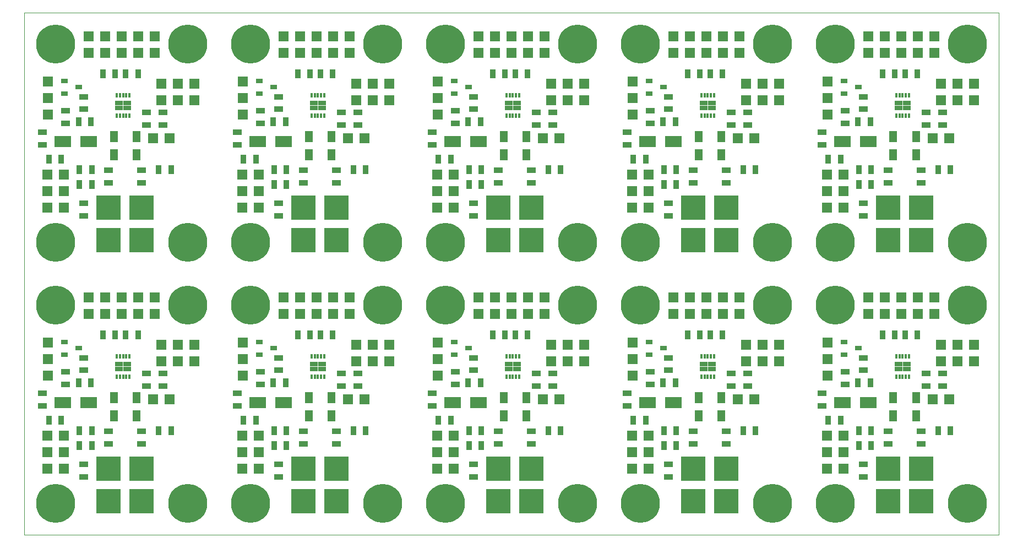
<source format=gbs>
G75*
G71*
%MOMM*%
%OFA0B0*%
%FSLAX53Y53*%
%IPPOS*%
%LPD*%
%ADD13C,0.30000*%
%ADD17R,1.00076X0.80010*%
%ADD24R,0.30000X0.65000*%
%ADD27R,1.30048X1.69926*%
%ADD30R,1.39700X0.88900*%
%ADD31R,1.24000X0.77500*%
%ADD36R,3.81000X3.81000*%
%ADD42R,0.88900X1.39700*%
%ADD43R,2.49936X1.80086*%
%ADD45R,1.52400X1.52400*%
%ADD46C,6.00000*%
X0000000Y0000000D02*
G01*
D13*
D42*
X0022543Y0016002D03*
X0020638Y0016002D03*
X0010351Y0016002D03*
X0008446Y0016002D03*
D30*
X0021336Y0024829D03*
X0021336Y0022924D03*
X0018796Y0024829D03*
X0018796Y0022924D03*
D43*
X0009873Y0020320D03*
X0005875Y0020320D03*
D27*
X0017244Y0018288D03*
X0013744Y0018288D03*
X0013744Y0021082D03*
X0017244Y0021082D03*
D17*
X0008339Y0028702D03*
X0006139Y0029655D03*
X0006139Y0027750D03*
D45*
X0003556Y0015240D03*
X0006096Y0015240D03*
X0003556Y0012700D03*
X0006096Y0012700D03*
X0003556Y0010160D03*
X0006096Y0010160D03*
X0022352Y0020828D03*
X0019812Y0020828D03*
X0026162Y0026670D03*
X0023622Y0026670D03*
X0026162Y0029210D03*
X0023622Y0029210D03*
X0020066Y0036513D03*
X0020066Y0033973D03*
X0017526Y0036513D03*
X0017526Y0033973D03*
X0014986Y0036513D03*
X0014986Y0033973D03*
X0012446Y0036513D03*
X0012446Y0033973D03*
X0009906Y0036513D03*
X0009906Y0033973D03*
D46*
X0004826Y0035306D03*
X0025146Y0004826D03*
X0025146Y0035306D03*
X0004826Y0004826D03*
D36*
X0018034Y0005160D03*
X0018034Y0010160D03*
X0012954Y0005160D03*
X0012954Y0010160D03*
D30*
X0018034Y0015939D03*
X0018034Y0014034D03*
X0012954Y0015939D03*
X0012954Y0014034D03*
X0006350Y0025083D03*
X0006350Y0023178D03*
D42*
X0017463Y0030734D03*
X0015558Y0030734D03*
X0012065Y0030734D03*
X0013970Y0030734D03*
D24*
X0016177Y0024358D03*
X0015677Y0024358D03*
X0015177Y0024358D03*
X0014677Y0024358D03*
X0014177Y0024358D03*
X0014177Y0027458D03*
X0014677Y0027458D03*
X0015177Y0027458D03*
X0015677Y0027458D03*
X0016177Y0027458D03*
D31*
X0014557Y0026296D03*
X0015797Y0026296D03*
X0014557Y0025521D03*
X0015797Y0025521D03*
D45*
X0003620Y0024511D03*
X0003620Y0027051D03*
X0003620Y0029591D03*
X0021082Y0026670D03*
X0021082Y0029210D03*
D30*
X0002794Y0019876D03*
X0002794Y0021781D03*
D42*
X0005652Y0017653D03*
X0003747Y0017653D03*
X0010224Y0023368D03*
X0008319Y0023368D03*
D30*
X0009144Y0008954D03*
X0009144Y0010859D03*
X0009144Y0025337D03*
X0009144Y0027242D03*
D42*
X0008446Y0013716D03*
X0010351Y0013716D03*
X0029970Y0000000D02*
G01*
D13*
D42*
X0052513Y0016002D03*
X0050608Y0016002D03*
X0040321Y0016002D03*
X0038416Y0016002D03*
D30*
X0051306Y0024829D03*
X0051306Y0022924D03*
X0048766Y0024829D03*
X0048766Y0022924D03*
D43*
X0039843Y0020320D03*
X0035845Y0020320D03*
D27*
X0047214Y0018288D03*
X0043714Y0018288D03*
X0043714Y0021082D03*
X0047214Y0021082D03*
D17*
X0038309Y0028702D03*
X0036109Y0029655D03*
X0036109Y0027750D03*
D45*
X0033526Y0015240D03*
X0036066Y0015240D03*
X0033526Y0012700D03*
X0036066Y0012700D03*
X0033526Y0010160D03*
X0036066Y0010160D03*
X0052322Y0020828D03*
X0049782Y0020828D03*
X0056132Y0026670D03*
X0053592Y0026670D03*
X0056132Y0029210D03*
X0053592Y0029210D03*
X0050036Y0036513D03*
X0050036Y0033973D03*
X0047496Y0036513D03*
X0047496Y0033973D03*
X0044956Y0036513D03*
X0044956Y0033973D03*
X0042416Y0036513D03*
X0042416Y0033973D03*
X0039876Y0036513D03*
X0039876Y0033973D03*
D46*
X0034796Y0035306D03*
X0055116Y0004826D03*
X0055116Y0035306D03*
X0034796Y0004826D03*
D36*
X0048004Y0005160D03*
X0048004Y0010160D03*
X0042924Y0005160D03*
X0042924Y0010160D03*
D30*
X0048004Y0015939D03*
X0048004Y0014034D03*
X0042924Y0015939D03*
X0042924Y0014034D03*
X0036320Y0025083D03*
X0036320Y0023178D03*
D42*
X0047433Y0030734D03*
X0045528Y0030734D03*
X0042035Y0030734D03*
X0043940Y0030734D03*
D24*
X0046147Y0024358D03*
X0045647Y0024358D03*
X0045147Y0024358D03*
X0044647Y0024358D03*
X0044147Y0024358D03*
X0044147Y0027458D03*
X0044647Y0027458D03*
X0045147Y0027458D03*
X0045647Y0027458D03*
X0046147Y0027458D03*
D31*
X0044527Y0026296D03*
X0045767Y0026296D03*
X0044527Y0025521D03*
X0045767Y0025521D03*
D45*
X0033590Y0024511D03*
X0033590Y0027051D03*
X0033590Y0029591D03*
X0051052Y0026670D03*
X0051052Y0029210D03*
D30*
X0032764Y0019876D03*
X0032764Y0021781D03*
D42*
X0035622Y0017653D03*
X0033717Y0017653D03*
X0040194Y0023368D03*
X0038289Y0023368D03*
D30*
X0039114Y0008954D03*
X0039114Y0010859D03*
X0039114Y0025337D03*
X0039114Y0027242D03*
D42*
X0038416Y0013716D03*
X0040321Y0013716D03*
X0000000Y0040130D02*
G01*
D13*
D42*
X0022543Y0056132D03*
X0020638Y0056132D03*
X0010351Y0056132D03*
X0008446Y0056132D03*
D30*
X0021336Y0064959D03*
X0021336Y0063054D03*
X0018796Y0064959D03*
X0018796Y0063054D03*
D43*
X0009873Y0060450D03*
X0005875Y0060450D03*
D27*
X0017244Y0058418D03*
X0013744Y0058418D03*
X0013744Y0061212D03*
X0017244Y0061212D03*
D17*
X0008339Y0068832D03*
X0006139Y0069785D03*
X0006139Y0067880D03*
D45*
X0003556Y0055370D03*
X0006096Y0055370D03*
X0003556Y0052830D03*
X0006096Y0052830D03*
X0003556Y0050290D03*
X0006096Y0050290D03*
X0022352Y0060958D03*
X0019812Y0060958D03*
X0026162Y0066800D03*
X0023622Y0066800D03*
X0026162Y0069340D03*
X0023622Y0069340D03*
X0020066Y0076643D03*
X0020066Y0074103D03*
X0017526Y0076643D03*
X0017526Y0074103D03*
X0014986Y0076643D03*
X0014986Y0074103D03*
X0012446Y0076643D03*
X0012446Y0074103D03*
X0009906Y0076643D03*
X0009906Y0074103D03*
D46*
X0004826Y0075436D03*
X0025146Y0044956D03*
X0025146Y0075436D03*
X0004826Y0044956D03*
D36*
X0018034Y0045290D03*
X0018034Y0050290D03*
X0012954Y0045290D03*
X0012954Y0050290D03*
D30*
X0018034Y0056069D03*
X0018034Y0054164D03*
X0012954Y0056069D03*
X0012954Y0054164D03*
X0006350Y0065213D03*
X0006350Y0063308D03*
D42*
X0017463Y0070864D03*
X0015558Y0070864D03*
X0012065Y0070864D03*
X0013970Y0070864D03*
D24*
X0016177Y0064488D03*
X0015677Y0064488D03*
X0015177Y0064488D03*
X0014677Y0064488D03*
X0014177Y0064488D03*
X0014177Y0067588D03*
X0014677Y0067588D03*
X0015177Y0067588D03*
X0015677Y0067588D03*
X0016177Y0067588D03*
D31*
X0014557Y0066426D03*
X0015797Y0066426D03*
X0014557Y0065651D03*
X0015797Y0065651D03*
D45*
X0003620Y0064641D03*
X0003620Y0067181D03*
X0003620Y0069721D03*
X0021082Y0066800D03*
X0021082Y0069340D03*
D30*
X0002794Y0060006D03*
X0002794Y0061911D03*
D42*
X0005652Y0057783D03*
X0003747Y0057783D03*
X0010224Y0063498D03*
X0008319Y0063498D03*
D30*
X0009144Y0049084D03*
X0009144Y0050989D03*
X0009144Y0065467D03*
X0009144Y0067372D03*
D42*
X0008446Y0053846D03*
X0010351Y0053846D03*
X0029970Y0040130D02*
G01*
D13*
D42*
X0052513Y0056132D03*
X0050608Y0056132D03*
X0040321Y0056132D03*
X0038416Y0056132D03*
D30*
X0051306Y0064959D03*
X0051306Y0063054D03*
X0048766Y0064959D03*
X0048766Y0063054D03*
D43*
X0039843Y0060450D03*
X0035845Y0060450D03*
D27*
X0047214Y0058418D03*
X0043714Y0058418D03*
X0043714Y0061212D03*
X0047214Y0061212D03*
D17*
X0038309Y0068832D03*
X0036109Y0069785D03*
X0036109Y0067880D03*
D45*
X0033526Y0055370D03*
X0036066Y0055370D03*
X0033526Y0052830D03*
X0036066Y0052830D03*
X0033526Y0050290D03*
X0036066Y0050290D03*
X0052322Y0060958D03*
X0049782Y0060958D03*
X0056132Y0066800D03*
X0053592Y0066800D03*
X0056132Y0069340D03*
X0053592Y0069340D03*
X0050036Y0076643D03*
X0050036Y0074103D03*
X0047496Y0076643D03*
X0047496Y0074103D03*
X0044956Y0076643D03*
X0044956Y0074103D03*
X0042416Y0076643D03*
X0042416Y0074103D03*
X0039876Y0076643D03*
X0039876Y0074103D03*
D46*
X0034796Y0075436D03*
X0055116Y0044956D03*
X0055116Y0075436D03*
X0034796Y0044956D03*
D36*
X0048004Y0045290D03*
X0048004Y0050290D03*
X0042924Y0045290D03*
X0042924Y0050290D03*
D30*
X0048004Y0056069D03*
X0048004Y0054164D03*
X0042924Y0056069D03*
X0042924Y0054164D03*
X0036320Y0065213D03*
X0036320Y0063308D03*
D42*
X0047433Y0070864D03*
X0045528Y0070864D03*
X0042035Y0070864D03*
X0043940Y0070864D03*
D24*
X0046147Y0064488D03*
X0045647Y0064488D03*
X0045147Y0064488D03*
X0044647Y0064488D03*
X0044147Y0064488D03*
X0044147Y0067588D03*
X0044647Y0067588D03*
X0045147Y0067588D03*
X0045647Y0067588D03*
X0046147Y0067588D03*
D31*
X0044527Y0066426D03*
X0045767Y0066426D03*
X0044527Y0065651D03*
X0045767Y0065651D03*
D45*
X0033590Y0064641D03*
X0033590Y0067181D03*
X0033590Y0069721D03*
X0051052Y0066800D03*
X0051052Y0069340D03*
D30*
X0032764Y0060006D03*
X0032764Y0061911D03*
D42*
X0035622Y0057783D03*
X0033717Y0057783D03*
X0040194Y0063498D03*
X0038289Y0063498D03*
D30*
X0039114Y0049084D03*
X0039114Y0050989D03*
X0039114Y0065467D03*
X0039114Y0067372D03*
D42*
X0038416Y0053846D03*
X0040321Y0053846D03*
X0059940Y0000000D02*
G01*
D13*
D42*
X0082483Y0016002D03*
X0080578Y0016002D03*
X0070291Y0016002D03*
X0068386Y0016002D03*
D30*
X0081276Y0024829D03*
X0081276Y0022924D03*
X0078736Y0024829D03*
X0078736Y0022924D03*
D43*
X0069813Y0020320D03*
X0065815Y0020320D03*
D27*
X0077184Y0018288D03*
X0073684Y0018288D03*
X0073684Y0021082D03*
X0077184Y0021082D03*
D17*
X0068279Y0028702D03*
X0066079Y0029655D03*
X0066079Y0027750D03*
D45*
X0063496Y0015240D03*
X0066036Y0015240D03*
X0063496Y0012700D03*
X0066036Y0012700D03*
X0063496Y0010160D03*
X0066036Y0010160D03*
X0082292Y0020828D03*
X0079752Y0020828D03*
X0086102Y0026670D03*
X0083562Y0026670D03*
X0086102Y0029210D03*
X0083562Y0029210D03*
X0080006Y0036513D03*
X0080006Y0033973D03*
X0077466Y0036513D03*
X0077466Y0033973D03*
X0074926Y0036513D03*
X0074926Y0033973D03*
X0072386Y0036513D03*
X0072386Y0033973D03*
X0069846Y0036513D03*
X0069846Y0033973D03*
D46*
X0064766Y0035306D03*
X0085086Y0004826D03*
X0085086Y0035306D03*
X0064766Y0004826D03*
D36*
X0077974Y0005160D03*
X0077974Y0010160D03*
X0072894Y0005160D03*
X0072894Y0010160D03*
D30*
X0077974Y0015939D03*
X0077974Y0014034D03*
X0072894Y0015939D03*
X0072894Y0014034D03*
X0066290Y0025083D03*
X0066290Y0023178D03*
D42*
X0077403Y0030734D03*
X0075498Y0030734D03*
X0072005Y0030734D03*
X0073910Y0030734D03*
D24*
X0076117Y0024358D03*
X0075617Y0024358D03*
X0075117Y0024358D03*
X0074617Y0024358D03*
X0074117Y0024358D03*
X0074117Y0027458D03*
X0074617Y0027458D03*
X0075117Y0027458D03*
X0075617Y0027458D03*
X0076117Y0027458D03*
D31*
X0074497Y0026296D03*
X0075737Y0026296D03*
X0074497Y0025521D03*
X0075737Y0025521D03*
D45*
X0063560Y0024511D03*
X0063560Y0027051D03*
X0063560Y0029591D03*
X0081022Y0026670D03*
X0081022Y0029210D03*
D30*
X0062734Y0019876D03*
X0062734Y0021781D03*
D42*
X0065592Y0017653D03*
X0063687Y0017653D03*
X0070164Y0023368D03*
X0068259Y0023368D03*
D30*
X0069084Y0008954D03*
X0069084Y0010859D03*
X0069084Y0025337D03*
X0069084Y0027242D03*
D42*
X0068386Y0013716D03*
X0070291Y0013716D03*
X0059940Y0040130D02*
G01*
D13*
D42*
X0082483Y0056132D03*
X0080578Y0056132D03*
X0070291Y0056132D03*
X0068386Y0056132D03*
D30*
X0081276Y0064959D03*
X0081276Y0063054D03*
X0078736Y0064959D03*
X0078736Y0063054D03*
D43*
X0069813Y0060450D03*
X0065815Y0060450D03*
D27*
X0077184Y0058418D03*
X0073684Y0058418D03*
X0073684Y0061212D03*
X0077184Y0061212D03*
D17*
X0068279Y0068832D03*
X0066079Y0069785D03*
X0066079Y0067880D03*
D45*
X0063496Y0055370D03*
X0066036Y0055370D03*
X0063496Y0052830D03*
X0066036Y0052830D03*
X0063496Y0050290D03*
X0066036Y0050290D03*
X0082292Y0060958D03*
X0079752Y0060958D03*
X0086102Y0066800D03*
X0083562Y0066800D03*
X0086102Y0069340D03*
X0083562Y0069340D03*
X0080006Y0076643D03*
X0080006Y0074103D03*
X0077466Y0076643D03*
X0077466Y0074103D03*
X0074926Y0076643D03*
X0074926Y0074103D03*
X0072386Y0076643D03*
X0072386Y0074103D03*
X0069846Y0076643D03*
X0069846Y0074103D03*
D46*
X0064766Y0075436D03*
X0085086Y0044956D03*
X0085086Y0075436D03*
X0064766Y0044956D03*
D36*
X0077974Y0045290D03*
X0077974Y0050290D03*
X0072894Y0045290D03*
X0072894Y0050290D03*
D30*
X0077974Y0056069D03*
X0077974Y0054164D03*
X0072894Y0056069D03*
X0072894Y0054164D03*
X0066290Y0065213D03*
X0066290Y0063308D03*
D42*
X0077403Y0070864D03*
X0075498Y0070864D03*
X0072005Y0070864D03*
X0073910Y0070864D03*
D24*
X0076117Y0064488D03*
X0075617Y0064488D03*
X0075117Y0064488D03*
X0074617Y0064488D03*
X0074117Y0064488D03*
X0074117Y0067588D03*
X0074617Y0067588D03*
X0075117Y0067588D03*
X0075617Y0067588D03*
X0076117Y0067588D03*
D31*
X0074497Y0066426D03*
X0075737Y0066426D03*
X0074497Y0065651D03*
X0075737Y0065651D03*
D45*
X0063560Y0064641D03*
X0063560Y0067181D03*
X0063560Y0069721D03*
X0081022Y0066800D03*
X0081022Y0069340D03*
D30*
X0062734Y0060006D03*
X0062734Y0061911D03*
D42*
X0065592Y0057783D03*
X0063687Y0057783D03*
X0070164Y0063498D03*
X0068259Y0063498D03*
D30*
X0069084Y0049084D03*
X0069084Y0050989D03*
X0069084Y0065467D03*
X0069084Y0067372D03*
D42*
X0068386Y0053846D03*
X0070291Y0053846D03*
X0089910Y0000000D02*
G01*
D13*
D42*
X0112453Y0016002D03*
X0110548Y0016002D03*
X0100261Y0016002D03*
X0098356Y0016002D03*
D30*
X0111246Y0024829D03*
X0111246Y0022924D03*
X0108706Y0024829D03*
X0108706Y0022924D03*
D43*
X0099783Y0020320D03*
X0095785Y0020320D03*
D27*
X0107154Y0018288D03*
X0103654Y0018288D03*
X0103654Y0021082D03*
X0107154Y0021082D03*
D17*
X0098249Y0028702D03*
X0096049Y0029655D03*
X0096049Y0027750D03*
D45*
X0093466Y0015240D03*
X0096006Y0015240D03*
X0093466Y0012700D03*
X0096006Y0012700D03*
X0093466Y0010160D03*
X0096006Y0010160D03*
X0112262Y0020828D03*
X0109722Y0020828D03*
X0116072Y0026670D03*
X0113532Y0026670D03*
X0116072Y0029210D03*
X0113532Y0029210D03*
X0109976Y0036513D03*
X0109976Y0033973D03*
X0107436Y0036513D03*
X0107436Y0033973D03*
X0104896Y0036513D03*
X0104896Y0033973D03*
X0102356Y0036513D03*
X0102356Y0033973D03*
X0099816Y0036513D03*
X0099816Y0033973D03*
D46*
X0094736Y0035306D03*
X0115056Y0004826D03*
X0115056Y0035306D03*
X0094736Y0004826D03*
D36*
X0107944Y0005160D03*
X0107944Y0010160D03*
X0102864Y0005160D03*
X0102864Y0010160D03*
D30*
X0107944Y0015939D03*
X0107944Y0014034D03*
X0102864Y0015939D03*
X0102864Y0014034D03*
X0096260Y0025083D03*
X0096260Y0023178D03*
D42*
X0107373Y0030734D03*
X0105468Y0030734D03*
X0101975Y0030734D03*
X0103880Y0030734D03*
D24*
X0106087Y0024358D03*
X0105587Y0024358D03*
X0105087Y0024358D03*
X0104587Y0024358D03*
X0104087Y0024358D03*
X0104087Y0027458D03*
X0104587Y0027458D03*
X0105087Y0027458D03*
X0105587Y0027458D03*
X0106087Y0027458D03*
D31*
X0104467Y0026296D03*
X0105707Y0026296D03*
X0104467Y0025521D03*
X0105707Y0025521D03*
D45*
X0093530Y0024511D03*
X0093530Y0027051D03*
X0093530Y0029591D03*
X0110992Y0026670D03*
X0110992Y0029210D03*
D30*
X0092704Y0019876D03*
X0092704Y0021781D03*
D42*
X0095562Y0017653D03*
X0093657Y0017653D03*
X0100134Y0023368D03*
X0098229Y0023368D03*
D30*
X0099054Y0008954D03*
X0099054Y0010859D03*
X0099054Y0025337D03*
X0099054Y0027242D03*
D42*
X0098356Y0013716D03*
X0100261Y0013716D03*
X0119880Y0000000D02*
G01*
D13*
D42*
X0142423Y0016002D03*
X0140518Y0016002D03*
X0130231Y0016002D03*
X0128326Y0016002D03*
D30*
X0141216Y0024829D03*
X0141216Y0022924D03*
X0138676Y0024829D03*
X0138676Y0022924D03*
D43*
X0129753Y0020320D03*
X0125755Y0020320D03*
D27*
X0137124Y0018288D03*
X0133624Y0018288D03*
X0133624Y0021082D03*
X0137124Y0021082D03*
D17*
X0128219Y0028702D03*
X0126019Y0029655D03*
X0126019Y0027750D03*
D45*
X0123436Y0015240D03*
X0125976Y0015240D03*
X0123436Y0012700D03*
X0125976Y0012700D03*
X0123436Y0010160D03*
X0125976Y0010160D03*
X0142232Y0020828D03*
X0139692Y0020828D03*
X0146042Y0026670D03*
X0143502Y0026670D03*
X0146042Y0029210D03*
X0143502Y0029210D03*
X0139946Y0036513D03*
X0139946Y0033973D03*
X0137406Y0036513D03*
X0137406Y0033973D03*
X0134866Y0036513D03*
X0134866Y0033973D03*
X0132326Y0036513D03*
X0132326Y0033973D03*
X0129786Y0036513D03*
X0129786Y0033973D03*
D46*
X0124706Y0035306D03*
X0145026Y0004826D03*
X0145026Y0035306D03*
X0124706Y0004826D03*
D36*
X0137914Y0005160D03*
X0137914Y0010160D03*
X0132834Y0005160D03*
X0132834Y0010160D03*
D30*
X0137914Y0015939D03*
X0137914Y0014034D03*
X0132834Y0015939D03*
X0132834Y0014034D03*
X0126230Y0025083D03*
X0126230Y0023178D03*
D42*
X0137343Y0030734D03*
X0135438Y0030734D03*
X0131945Y0030734D03*
X0133850Y0030734D03*
D24*
X0136057Y0024358D03*
X0135557Y0024358D03*
X0135057Y0024358D03*
X0134557Y0024358D03*
X0134057Y0024358D03*
X0134057Y0027458D03*
X0134557Y0027458D03*
X0135057Y0027458D03*
X0135557Y0027458D03*
X0136057Y0027458D03*
D31*
X0134437Y0026296D03*
X0135677Y0026296D03*
X0134437Y0025521D03*
X0135677Y0025521D03*
D45*
X0123500Y0024511D03*
X0123500Y0027051D03*
X0123500Y0029591D03*
X0140962Y0026670D03*
X0140962Y0029210D03*
D30*
X0122674Y0019876D03*
X0122674Y0021781D03*
D42*
X0125532Y0017653D03*
X0123627Y0017653D03*
X0130104Y0023368D03*
X0128199Y0023368D03*
D30*
X0129024Y0008954D03*
X0129024Y0010859D03*
X0129024Y0025337D03*
X0129024Y0027242D03*
D42*
X0128326Y0013716D03*
X0130231Y0013716D03*
X0089910Y0040130D02*
G01*
D13*
D42*
X0112453Y0056132D03*
X0110548Y0056132D03*
X0100261Y0056132D03*
X0098356Y0056132D03*
D30*
X0111246Y0064959D03*
X0111246Y0063054D03*
X0108706Y0064959D03*
X0108706Y0063054D03*
D43*
X0099783Y0060450D03*
X0095785Y0060450D03*
D27*
X0107154Y0058418D03*
X0103654Y0058418D03*
X0103654Y0061212D03*
X0107154Y0061212D03*
D17*
X0098249Y0068832D03*
X0096049Y0069785D03*
X0096049Y0067880D03*
D45*
X0093466Y0055370D03*
X0096006Y0055370D03*
X0093466Y0052830D03*
X0096006Y0052830D03*
X0093466Y0050290D03*
X0096006Y0050290D03*
X0112262Y0060958D03*
X0109722Y0060958D03*
X0116072Y0066800D03*
X0113532Y0066800D03*
X0116072Y0069340D03*
X0113532Y0069340D03*
X0109976Y0076643D03*
X0109976Y0074103D03*
X0107436Y0076643D03*
X0107436Y0074103D03*
X0104896Y0076643D03*
X0104896Y0074103D03*
X0102356Y0076643D03*
X0102356Y0074103D03*
X0099816Y0076643D03*
X0099816Y0074103D03*
D46*
X0094736Y0075436D03*
X0115056Y0044956D03*
X0115056Y0075436D03*
X0094736Y0044956D03*
D36*
X0107944Y0045290D03*
X0107944Y0050290D03*
X0102864Y0045290D03*
X0102864Y0050290D03*
D30*
X0107944Y0056069D03*
X0107944Y0054164D03*
X0102864Y0056069D03*
X0102864Y0054164D03*
X0096260Y0065213D03*
X0096260Y0063308D03*
D42*
X0107373Y0070864D03*
X0105468Y0070864D03*
X0101975Y0070864D03*
X0103880Y0070864D03*
D24*
X0106087Y0064488D03*
X0105587Y0064488D03*
X0105087Y0064488D03*
X0104587Y0064488D03*
X0104087Y0064488D03*
X0104087Y0067588D03*
X0104587Y0067588D03*
X0105087Y0067588D03*
X0105587Y0067588D03*
X0106087Y0067588D03*
D31*
X0104467Y0066426D03*
X0105707Y0066426D03*
X0104467Y0065651D03*
X0105707Y0065651D03*
D45*
X0093530Y0064641D03*
X0093530Y0067181D03*
X0093530Y0069721D03*
X0110992Y0066800D03*
X0110992Y0069340D03*
D30*
X0092704Y0060006D03*
X0092704Y0061911D03*
D42*
X0095562Y0057783D03*
X0093657Y0057783D03*
X0100134Y0063498D03*
X0098229Y0063498D03*
D30*
X0099054Y0049084D03*
X0099054Y0050989D03*
X0099054Y0065467D03*
X0099054Y0067372D03*
D42*
X0098356Y0053846D03*
X0100261Y0053846D03*
X0119880Y0040130D02*
G01*
D13*
D42*
X0142423Y0056132D03*
X0140518Y0056132D03*
X0130231Y0056132D03*
X0128326Y0056132D03*
D30*
X0141216Y0064959D03*
X0141216Y0063054D03*
X0138676Y0064959D03*
X0138676Y0063054D03*
D43*
X0129753Y0060450D03*
X0125755Y0060450D03*
D27*
X0137124Y0058418D03*
X0133624Y0058418D03*
X0133624Y0061212D03*
X0137124Y0061212D03*
D17*
X0128219Y0068832D03*
X0126019Y0069785D03*
X0126019Y0067880D03*
D45*
X0123436Y0055370D03*
X0125976Y0055370D03*
X0123436Y0052830D03*
X0125976Y0052830D03*
X0123436Y0050290D03*
X0125976Y0050290D03*
X0142232Y0060958D03*
X0139692Y0060958D03*
X0146042Y0066800D03*
X0143502Y0066800D03*
X0146042Y0069340D03*
X0143502Y0069340D03*
X0139946Y0076643D03*
X0139946Y0074103D03*
X0137406Y0076643D03*
X0137406Y0074103D03*
X0134866Y0076643D03*
X0134866Y0074103D03*
X0132326Y0076643D03*
X0132326Y0074103D03*
X0129786Y0076643D03*
X0129786Y0074103D03*
D46*
X0124706Y0075436D03*
X0145026Y0044956D03*
X0145026Y0075436D03*
X0124706Y0044956D03*
D36*
X0137914Y0045290D03*
X0137914Y0050290D03*
X0132834Y0045290D03*
X0132834Y0050290D03*
D30*
X0137914Y0056069D03*
X0137914Y0054164D03*
X0132834Y0056069D03*
X0132834Y0054164D03*
X0126230Y0065213D03*
X0126230Y0063308D03*
D42*
X0137343Y0070864D03*
X0135438Y0070864D03*
X0131945Y0070864D03*
X0133850Y0070864D03*
D24*
X0136057Y0064488D03*
X0135557Y0064488D03*
X0135057Y0064488D03*
X0134557Y0064488D03*
X0134057Y0064488D03*
X0134057Y0067588D03*
X0134557Y0067588D03*
X0135057Y0067588D03*
X0135557Y0067588D03*
X0136057Y0067588D03*
D31*
X0134437Y0066426D03*
X0135677Y0066426D03*
X0134437Y0065651D03*
X0135677Y0065651D03*
D45*
X0123500Y0064641D03*
X0123500Y0067181D03*
X0123500Y0069721D03*
X0140962Y0066800D03*
X0140962Y0069340D03*
D30*
X0122674Y0060006D03*
X0122674Y0061911D03*
D42*
X0125532Y0057783D03*
X0123627Y0057783D03*
X0130104Y0063498D03*
X0128199Y0063498D03*
D30*
X0129024Y0049084D03*
X0129024Y0050989D03*
X0129024Y0065467D03*
X0129024Y0067372D03*
D42*
X0128326Y0053846D03*
X0130231Y0053846D03*
%ADD10C,0.00100*%
D10*
X0000000Y0000000D02*
X0000000Y0080260D01*
X0149850Y0080260D01*
X0149850Y0000000D01*
X0000000Y0000000D01*
M02*

</source>
